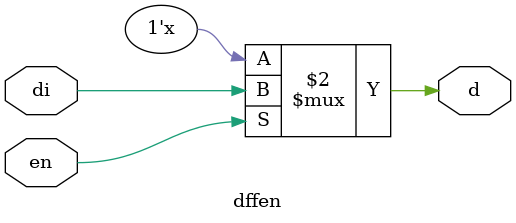
<source format=sv>
module tst_dffbehen; // test-bench
reg di,en;
wire do;
dffen d1(do,di,en); // Instantiate the D latch
initial
begin
en = 0; // Latch initially disabled (opaque)
di = 1'b0; // Initial data
end
always #7 en = ~en; // Toggle enable every 7 time units
always #4 di = ~di; // Toggle data every 4 time units
initial
$monitor($time, "en=%b, di=%b, do=%b",en,di,do);
initial #50 $stop; // Stop simulation
endmodule
module dffen (d,di,en); // D latch with enable input
input di,en; // input data and enable
output reg d; // output register
parameter s_cnt = {3'b100,4'b0101}; // constant array
generate
    always @(*) begin
        if(en)
            d <= di;
    end
endgenerate
endmodule
</source>
